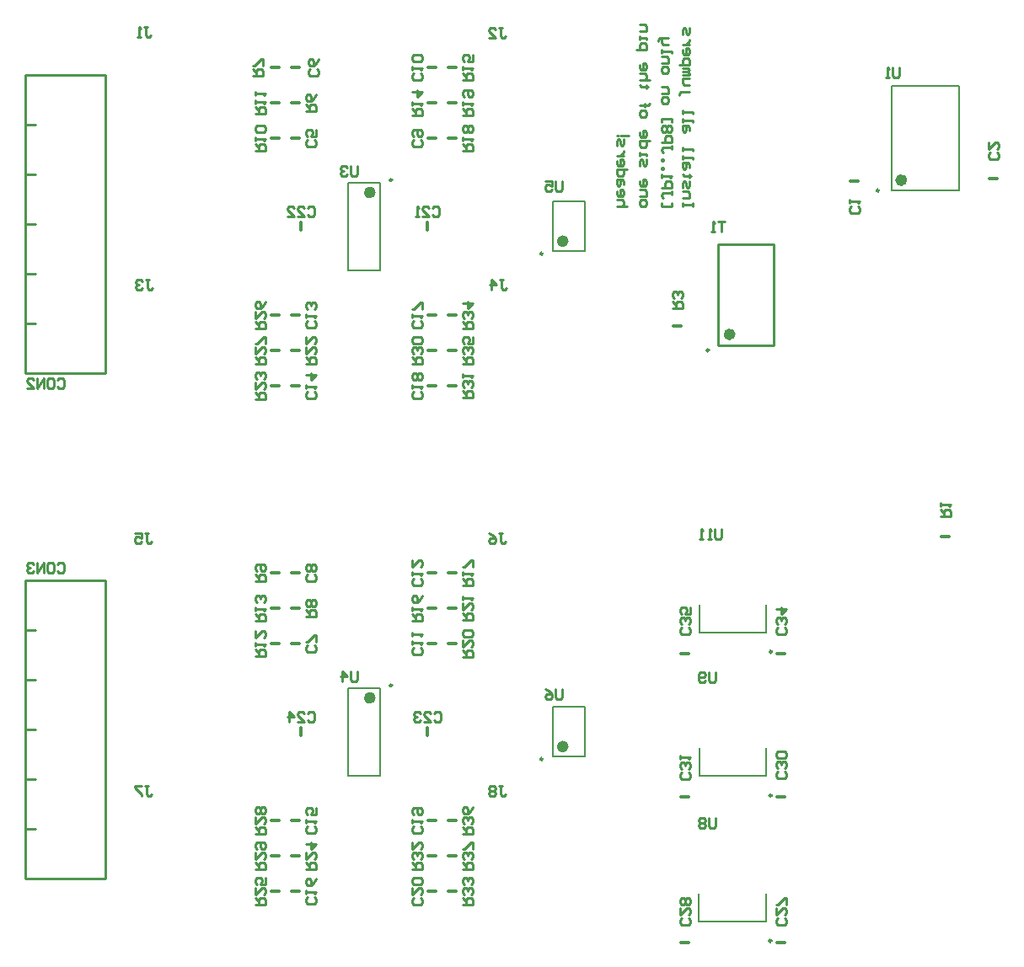
<source format=gbo>
G04*
G04 #@! TF.GenerationSoftware,Altium Limited,Altium Designer,20.1.14 (287)*
G04*
G04 Layer_Color=32896*
%FSLAX25Y25*%
%MOIN*%
G70*
G04*
G04 #@! TF.SameCoordinates,133998B2-DC8D-44E4-BDA6-9003E9527627*
G04*
G04*
G04 #@! TF.FilePolarity,Positive*
G04*
G01*
G75*
%ADD10C,0.00984*%
%ADD11C,0.01000*%
%ADD14C,0.00787*%
%ADD15C,0.01200*%
%ADD72C,0.02362*%
D10*
X509764Y388154D02*
G03*
X509764Y388154I-492J0D01*
G01*
X642791Y413154D02*
G03*
X642791Y413154I-492J0D01*
G01*
X575492Y350000D02*
G03*
X575492Y350000I-492J0D01*
G01*
X509764Y188154D02*
G03*
X509764Y188154I-492J0D01*
G01*
X450220Y217347D02*
G03*
X450220Y217347I-492J0D01*
G01*
Y417346D02*
G03*
X450220Y417346I-492J0D01*
G01*
X600453Y230693D02*
G03*
X600453Y230693I-492J0D01*
G01*
X600253Y116293D02*
G03*
X600253Y116293I-492J0D01*
G01*
X600353Y173793D02*
G03*
X600353Y173793I-492J0D01*
G01*
D11*
X305252Y160417D02*
X309189D01*
X305252Y180102D02*
X309189D01*
X305252Y199787D02*
X309189D01*
X305252Y219472D02*
X309189D01*
X305252Y239158D02*
X309189D01*
X305252Y140732D02*
Y258842D01*
Y140732D02*
X336748D01*
Y258842D01*
X305252D02*
X336748D01*
X305252Y360417D02*
X309189D01*
X305252Y380102D02*
X309189D01*
X305252Y399787D02*
X309189D01*
X305252Y419472D02*
X309189D01*
X305252Y439157D02*
X309189D01*
X305252Y340732D02*
Y458843D01*
Y340732D02*
X336748D01*
Y458843D01*
X305252D02*
X336748D01*
X579000Y352000D02*
X601000D01*
X579000Y392000D02*
X601000D01*
Y352000D02*
Y392000D01*
X579000Y352000D02*
Y392000D01*
X569259Y407000D02*
Y408333D01*
Y407666D01*
X565261D01*
Y407000D01*
Y408333D01*
Y410332D02*
X567926D01*
Y412332D01*
X567260Y412998D01*
X565261D01*
Y414331D02*
Y416330D01*
X565927Y416997D01*
X566593Y416330D01*
Y414997D01*
X567260Y414331D01*
X567926Y414997D01*
Y416997D01*
X568593Y418996D02*
X567926D01*
Y418330D01*
Y419663D01*
Y418996D01*
X565927D01*
X565261Y419663D01*
X567926Y422328D02*
Y423661D01*
X567260Y424328D01*
X565261D01*
Y422328D01*
X565927Y421662D01*
X566593Y422328D01*
Y424328D01*
X565261Y425661D02*
Y426994D01*
Y426327D01*
X569259D01*
Y425661D01*
X565261Y428993D02*
Y430326D01*
Y429659D01*
X569259D01*
Y428993D01*
X567926Y436990D02*
Y438323D01*
X567260Y438990D01*
X565261D01*
Y436990D01*
X565927Y436324D01*
X566593Y436990D01*
Y438990D01*
X565261Y440323D02*
Y441655D01*
Y440989D01*
X569259D01*
Y440323D01*
X565261Y443655D02*
Y444988D01*
Y444321D01*
X569259D01*
Y443655D01*
X563928Y450986D02*
Y451652D01*
X564594Y452319D01*
X567926D01*
Y454985D02*
X565927D01*
X565261Y455651D01*
Y457650D01*
X567926D01*
X565261Y458983D02*
X567926D01*
Y459650D01*
X567260Y460316D01*
X565261D01*
X567260D01*
X567926Y460983D01*
X567260Y461649D01*
X565261D01*
X563928Y462982D02*
X567926D01*
Y464981D01*
X567260Y465648D01*
X565927D01*
X565261Y464981D01*
Y462982D01*
Y468980D02*
Y467647D01*
X565927Y466981D01*
X567260D01*
X567926Y467647D01*
Y468980D01*
X567260Y469647D01*
X566593D01*
Y466981D01*
X567926Y470979D02*
X565261D01*
X566593D01*
X567260Y471646D01*
X567926Y472312D01*
Y472979D01*
X565261Y474978D02*
Y476977D01*
X565927Y477644D01*
X566593Y476977D01*
Y475644D01*
X567260Y474978D01*
X567926Y475644D01*
Y477644D01*
X556729Y408333D02*
Y407000D01*
X560728D01*
Y408333D01*
Y412998D02*
Y411665D01*
Y412332D01*
X557396D01*
X556729Y411665D01*
Y410999D01*
X557396Y410332D01*
X556729Y414331D02*
X560728D01*
Y416330D01*
X560061Y416997D01*
X558729D01*
X558062Y416330D01*
Y414331D01*
X556729Y418330D02*
Y419663D01*
Y418996D01*
X560728D01*
X560061Y418330D01*
X556729Y421662D02*
X557396D01*
Y422328D01*
X556729D01*
Y421662D01*
Y424994D02*
X557396D01*
Y425661D01*
X556729D01*
Y424994D01*
X560728Y430992D02*
Y429659D01*
Y430326D01*
X557396D01*
X556729Y429659D01*
Y428993D01*
X557396Y428327D01*
X556729Y432325D02*
X560728D01*
Y434325D01*
X560061Y434991D01*
X558729D01*
X558062Y434325D01*
Y432325D01*
X560061Y436324D02*
X560728Y436990D01*
Y438323D01*
X560061Y438990D01*
X559395D01*
X558729Y438323D01*
X558062Y438990D01*
X557396D01*
X556729Y438323D01*
Y436990D01*
X557396Y436324D01*
X558062D01*
X558729Y436990D01*
X559395Y436324D01*
X560061D01*
X558729Y436990D02*
Y438323D01*
X556729Y440323D02*
Y441655D01*
X560728D01*
Y440323D01*
X556729Y448320D02*
Y449653D01*
X557396Y450319D01*
X558729D01*
X559395Y449653D01*
Y448320D01*
X558729Y447654D01*
X557396D01*
X556729Y448320D01*
Y451652D02*
X559395D01*
Y453652D01*
X558729Y454318D01*
X556729D01*
Y460316D02*
Y461649D01*
X557396Y462316D01*
X558729D01*
X559395Y461649D01*
Y460316D01*
X558729Y459650D01*
X557396D01*
X556729Y460316D01*
Y463648D02*
X559395D01*
Y465648D01*
X558729Y466314D01*
X556729D01*
Y467647D02*
Y468980D01*
Y468314D01*
X560728D01*
Y467647D01*
X559395Y470979D02*
X557396D01*
X556729Y471646D01*
Y473645D01*
X556063D01*
X555396Y472979D01*
Y472312D01*
X556729Y473645D02*
X559395D01*
X548198Y407666D02*
Y408999D01*
X548864Y409666D01*
X550197D01*
X550864Y408999D01*
Y407666D01*
X550197Y407000D01*
X548864D01*
X548198Y407666D01*
Y410999D02*
X550864D01*
Y412998D01*
X550197Y413664D01*
X548198D01*
Y416997D02*
Y415664D01*
X548864Y414997D01*
X550197D01*
X550864Y415664D01*
Y416997D01*
X550197Y417663D01*
X549531D01*
Y414997D01*
X548198Y422995D02*
Y424994D01*
X548864Y425661D01*
X549531Y424994D01*
Y423661D01*
X550197Y422995D01*
X550864Y423661D01*
Y425661D01*
X548198Y426994D02*
Y428327D01*
Y427660D01*
X550864D01*
Y426994D01*
X552197Y432992D02*
X548198D01*
Y430992D01*
X548864Y430326D01*
X550197D01*
X550864Y430992D01*
Y432992D01*
X548198Y436324D02*
Y434991D01*
X548864Y434325D01*
X550197D01*
X550864Y434991D01*
Y436324D01*
X550197Y436990D01*
X549531D01*
Y434325D01*
X548198Y442988D02*
Y444321D01*
X548864Y444988D01*
X550197D01*
X550864Y444321D01*
Y442988D01*
X550197Y442322D01*
X548864D01*
X548198Y442988D01*
Y446987D02*
X551530D01*
X550197D01*
Y446321D01*
Y447653D01*
Y446987D01*
X551530D01*
X552197Y447653D01*
X551530Y454318D02*
X550864D01*
Y453652D01*
Y454985D01*
Y454318D01*
X548864D01*
X548198Y454985D01*
X552197Y456984D02*
X548198D01*
X550197D01*
X550864Y457650D01*
Y458983D01*
X550197Y459650D01*
X548198D01*
Y462982D02*
Y461649D01*
X548864Y460983D01*
X550197D01*
X550864Y461649D01*
Y462982D01*
X550197Y463648D01*
X549531D01*
Y460983D01*
X546865Y468980D02*
X550864D01*
Y470979D01*
X550197Y471646D01*
X548864D01*
X548198Y470979D01*
Y468980D01*
Y472979D02*
Y474312D01*
Y473645D01*
X550864D01*
Y472979D01*
X548198Y476311D02*
X550864D01*
Y478310D01*
X550197Y478977D01*
X548198D01*
X542999Y407000D02*
X539000D01*
X540999D01*
X541666Y407666D01*
Y408999D01*
X540999Y409666D01*
X539000D01*
Y412998D02*
Y411665D01*
X539666Y410999D01*
X540999D01*
X541666Y411665D01*
Y412998D01*
X540999Y413664D01*
X540333D01*
Y410999D01*
X541666Y415664D02*
Y416997D01*
X540999Y417663D01*
X539000D01*
Y415664D01*
X539666Y414997D01*
X540333Y415664D01*
Y417663D01*
X542999Y421662D02*
X539000D01*
Y419663D01*
X539666Y418996D01*
X540999D01*
X541666Y419663D01*
Y421662D01*
X539000Y424994D02*
Y423661D01*
X539666Y422995D01*
X540999D01*
X541666Y423661D01*
Y424994D01*
X540999Y425661D01*
X540333D01*
Y422995D01*
X541666Y426994D02*
X539000D01*
X540333D01*
X540999Y427660D01*
X541666Y428327D01*
Y428993D01*
X539000Y430992D02*
Y432992D01*
X539666Y433658D01*
X540333Y432992D01*
Y431659D01*
X540999Y430992D01*
X541666Y431659D01*
Y433658D01*
X540333Y434991D02*
X543665D01*
X539666D02*
X539000D01*
X416001Y144668D02*
X419999D01*
Y146668D01*
X419333Y147334D01*
X418000D01*
X417334Y146668D01*
Y144668D01*
Y146001D02*
X416001Y147334D01*
Y151333D02*
Y148667D01*
X418666Y151333D01*
X419333D01*
X419999Y150666D01*
Y149334D01*
X419333Y148667D01*
X416001Y154665D02*
X419999D01*
X418000Y152666D01*
Y155332D01*
X396001Y144668D02*
X399999D01*
Y146668D01*
X399333Y147334D01*
X398000D01*
X397334Y146668D01*
Y144668D01*
Y146001D02*
X396001Y147334D01*
Y151333D02*
Y148667D01*
X398666Y151333D01*
X399333D01*
X399999Y150666D01*
Y149334D01*
X399333Y148667D01*
X396667Y152666D02*
X396001Y153332D01*
Y154665D01*
X396667Y155332D01*
X399333D01*
X399999Y154665D01*
Y153332D01*
X399333Y152666D01*
X398666D01*
X398000Y153332D01*
Y155332D01*
X396001Y130668D02*
X399999D01*
Y132668D01*
X399333Y133334D01*
X398000D01*
X397334Y132668D01*
Y130668D01*
Y132001D02*
X396001Y133334D01*
Y137333D02*
Y134667D01*
X398666Y137333D01*
X399333D01*
X399999Y136667D01*
Y135334D01*
X399333Y134667D01*
X399999Y141332D02*
Y138666D01*
X398000D01*
X398666Y139999D01*
Y140665D01*
X398000Y141332D01*
X396667D01*
X396001Y140665D01*
Y139332D01*
X396667Y138666D01*
X419333Y133667D02*
X419999Y133001D01*
Y131668D01*
X419333Y131002D01*
X416667D01*
X416001Y131668D01*
Y133001D01*
X416667Y133667D01*
X416001Y135000D02*
Y136333D01*
Y135667D01*
X419999D01*
X419333Y135000D01*
X419999Y140998D02*
X419333Y139665D01*
X418000Y138333D01*
X416667D01*
X416001Y138999D01*
Y140332D01*
X416667Y140998D01*
X417334D01*
X418000Y140332D01*
Y138333D01*
X458001Y144668D02*
X461999D01*
Y146668D01*
X461333Y147334D01*
X460000D01*
X459334Y146668D01*
Y144668D01*
Y146001D02*
X458001Y147334D01*
X461333Y148667D02*
X461999Y149334D01*
Y150666D01*
X461333Y151333D01*
X460666D01*
X460000Y150666D01*
Y150000D01*
Y150666D01*
X459334Y151333D01*
X458667D01*
X458001Y150666D01*
Y149334D01*
X458667Y148667D01*
X458001Y155332D02*
Y152666D01*
X460666Y155332D01*
X461333D01*
X461999Y154665D01*
Y153332D01*
X461333Y152666D01*
X461333Y133334D02*
X461999Y132668D01*
Y131335D01*
X461333Y130668D01*
X458667D01*
X458001Y131335D01*
Y132668D01*
X458667Y133334D01*
X458001Y137333D02*
Y134667D01*
X460666Y137333D01*
X461333D01*
X461999Y136667D01*
Y135334D01*
X461333Y134667D01*
Y138666D02*
X461999Y139332D01*
Y140665D01*
X461333Y141332D01*
X458667D01*
X458001Y140665D01*
Y139332D01*
X458667Y138666D01*
X461333D01*
X478001Y144668D02*
X481999D01*
Y146668D01*
X481333Y147334D01*
X480000D01*
X479334Y146668D01*
Y144668D01*
Y146001D02*
X478001Y147334D01*
X481333Y148667D02*
X481999Y149334D01*
Y150666D01*
X481333Y151333D01*
X480666D01*
X480000Y150666D01*
Y150000D01*
Y150666D01*
X479334Y151333D01*
X478667D01*
X478001Y150666D01*
Y149334D01*
X478667Y148667D01*
X481999Y152666D02*
Y155332D01*
X481333D01*
X478667Y152666D01*
X478001D01*
Y130668D02*
X481999D01*
Y132668D01*
X481333Y133334D01*
X480000D01*
X479334Y132668D01*
Y130668D01*
Y132001D02*
X478001Y133334D01*
X481333Y134667D02*
X481999Y135334D01*
Y136667D01*
X481333Y137333D01*
X480666D01*
X480000Y136667D01*
Y136000D01*
Y136667D01*
X479334Y137333D01*
X478667D01*
X478001Y136667D01*
Y135334D01*
X478667Y134667D01*
X481333Y138666D02*
X481999Y139332D01*
Y140665D01*
X481333Y141332D01*
X480666D01*
X480000Y140665D01*
Y139999D01*
Y140665D01*
X479334Y141332D01*
X478667D01*
X478001Y140665D01*
Y139332D01*
X478667Y138666D01*
X317665Y265333D02*
X318332Y265999D01*
X319665D01*
X320331Y265333D01*
Y262667D01*
X319665Y262001D01*
X318332D01*
X317665Y262667D01*
X314333Y265999D02*
X315666D01*
X316332Y265333D01*
Y262667D01*
X315666Y262001D01*
X314333D01*
X313666Y262667D01*
Y265333D01*
X314333Y265999D01*
X312333Y262001D02*
Y265999D01*
X309668Y262001D01*
Y265999D01*
X308335Y265333D02*
X307668Y265999D01*
X306335D01*
X305669Y265333D01*
Y264666D01*
X306335Y264000D01*
X307002D01*
X306335D01*
X305669Y263334D01*
Y262667D01*
X306335Y262001D01*
X307668D01*
X308335Y262667D01*
X317665Y338333D02*
X318332Y338999D01*
X319665D01*
X320331Y338333D01*
Y335667D01*
X319665Y335001D01*
X318332D01*
X317665Y335667D01*
X314333Y338999D02*
X315666D01*
X316332Y338333D01*
Y335667D01*
X315666Y335001D01*
X314333D01*
X313666Y335667D01*
Y338333D01*
X314333Y338999D01*
X312333Y335001D02*
Y338999D01*
X309668Y335001D01*
Y338999D01*
X305669Y335001D02*
X308335D01*
X305669Y337666D01*
Y338333D01*
X306335Y338999D01*
X307668D01*
X308335Y338333D01*
X492299Y177699D02*
X493632D01*
X492965D01*
Y174366D01*
X493632Y173700D01*
X494298D01*
X494965Y174366D01*
X490966Y177032D02*
X490299Y177699D01*
X488966D01*
X488300Y177032D01*
Y176366D01*
X488966Y175699D01*
X488300Y175033D01*
Y174366D01*
X488966Y173700D01*
X490299D01*
X490966Y174366D01*
Y175033D01*
X490299Y175699D01*
X490966Y176366D01*
Y177032D01*
X490299Y175699D02*
X488966D01*
X352299Y177699D02*
X353632D01*
X352965D01*
Y174366D01*
X353632Y173700D01*
X354298D01*
X354964Y174366D01*
X350966Y177699D02*
X348300D01*
Y177032D01*
X350966Y174366D01*
Y173700D01*
X492299Y277699D02*
X493632D01*
X492965D01*
Y274366D01*
X493632Y273700D01*
X494298D01*
X494965Y274366D01*
X488300Y277699D02*
X489633Y277032D01*
X490966Y275699D01*
Y274366D01*
X490299Y273700D01*
X488966D01*
X488300Y274366D01*
Y275033D01*
X488966Y275699D01*
X490966D01*
X352299Y277699D02*
X353632D01*
X352965D01*
Y274366D01*
X353632Y273700D01*
X354298D01*
X354964Y274366D01*
X348300Y277699D02*
X350966D01*
Y275699D01*
X349633Y276366D01*
X348966D01*
X348300Y275699D01*
Y274366D01*
X348966Y273700D01*
X350299D01*
X350966Y274366D01*
X492666Y377999D02*
X493999D01*
X493333D01*
Y374667D01*
X493999Y374001D01*
X494666D01*
X495332Y374667D01*
X489334Y374001D02*
Y377999D01*
X491333Y376000D01*
X488668D01*
X352666Y377999D02*
X353999D01*
X353333D01*
Y374667D01*
X353999Y374001D01*
X354666D01*
X355332Y374667D01*
X351333Y377333D02*
X350667Y377999D01*
X349334D01*
X348668Y377333D01*
Y376666D01*
X349334Y376000D01*
X350001D01*
X349334D01*
X348668Y375334D01*
Y374667D01*
X349334Y374001D01*
X350667D01*
X351333Y374667D01*
X492299Y477699D02*
X493632D01*
X492965D01*
Y474366D01*
X493632Y473700D01*
X494298D01*
X494965Y474366D01*
X488300Y473700D02*
X490966D01*
X488300Y476366D01*
Y477032D01*
X488966Y477699D01*
X490299D01*
X490966Y477032D01*
X352000Y477999D02*
X353333D01*
X352666D01*
Y474667D01*
X353333Y474001D01*
X353999D01*
X354666Y474667D01*
X350667Y474001D02*
X349334D01*
X350001D01*
Y477999D01*
X350667Y477333D01*
X580300Y279299D02*
Y275966D01*
X579634Y275300D01*
X578301D01*
X577634Y275966D01*
Y279299D01*
X576301Y275300D02*
X574968D01*
X575635D01*
Y279299D01*
X576301Y278632D01*
X572969Y275300D02*
X571636D01*
X572303D01*
Y279299D01*
X572969Y278632D01*
X578200Y222399D02*
Y219066D01*
X577534Y218400D01*
X576201D01*
X575534Y219066D01*
Y222399D01*
X574201Y219066D02*
X573535Y218400D01*
X572202D01*
X571535Y219066D01*
Y221732D01*
X572202Y222399D01*
X573535D01*
X574201Y221732D01*
Y221066D01*
X573535Y220399D01*
X571535D01*
X578100Y164899D02*
Y161566D01*
X577434Y160900D01*
X576101D01*
X575434Y161566D01*
Y164899D01*
X574101Y164232D02*
X573435Y164899D01*
X572102D01*
X571435Y164232D01*
Y163566D01*
X572102Y162899D01*
X571435Y162233D01*
Y161566D01*
X572102Y160900D01*
X573435D01*
X574101Y161566D01*
Y162233D01*
X573435Y162899D01*
X574101Y163566D01*
Y164232D01*
X573435Y162899D02*
X572102D01*
X517332Y215999D02*
Y212667D01*
X516666Y212001D01*
X515333D01*
X514666Y212667D01*
Y215999D01*
X510668D02*
X512001Y215333D01*
X513334Y214000D01*
Y212667D01*
X512667Y212001D01*
X511334D01*
X510668Y212667D01*
Y213334D01*
X511334Y214000D01*
X513334D01*
X517332Y416999D02*
Y413667D01*
X516666Y413001D01*
X515333D01*
X514666Y413667D01*
Y416999D01*
X510668D02*
X513334D01*
Y415000D01*
X512001Y415666D01*
X511334D01*
X510668Y415000D01*
Y413667D01*
X511334Y413001D01*
X512667D01*
X513334Y413667D01*
X436332Y222999D02*
Y219667D01*
X435666Y219001D01*
X434333D01*
X433666Y219667D01*
Y222999D01*
X430334Y219001D02*
Y222999D01*
X432334Y221000D01*
X429668D01*
X436332Y422999D02*
Y419667D01*
X435666Y419001D01*
X434333D01*
X433666Y419667D01*
Y422999D01*
X432334Y422333D02*
X431667Y422999D01*
X430334D01*
X429668Y422333D01*
Y421666D01*
X430334Y421000D01*
X431001D01*
X430334D01*
X429668Y420334D01*
Y419667D01*
X430334Y419001D01*
X431667D01*
X432334Y419667D01*
X650666Y461999D02*
Y458667D01*
X649999Y458001D01*
X648666D01*
X648000Y458667D01*
Y461999D01*
X646667Y458001D02*
X645334D01*
X646001D01*
Y461999D01*
X646667Y461333D01*
X581666Y400999D02*
X579000D01*
X580333D01*
Y397001D01*
X577667D02*
X576334D01*
X577001D01*
Y400999D01*
X577667Y400333D01*
X478001Y158668D02*
X481999D01*
Y160668D01*
X481333Y161334D01*
X480000D01*
X479333Y160668D01*
Y158668D01*
Y160001D02*
X478001Y161334D01*
X481333Y162667D02*
X481999Y163333D01*
Y164666D01*
X481333Y165333D01*
X480666D01*
X480000Y164666D01*
Y164000D01*
Y164666D01*
X479333Y165333D01*
X478667D01*
X478001Y164666D01*
Y163333D01*
X478667Y162667D01*
X481999Y169332D02*
X481333Y167999D01*
X480000Y166666D01*
X478667D01*
X478001Y167332D01*
Y168665D01*
X478667Y169332D01*
X479333D01*
X480000Y168665D01*
Y166666D01*
X478001Y344668D02*
X481999D01*
Y346668D01*
X481333Y347334D01*
X480000D01*
X479333Y346668D01*
Y344668D01*
Y346001D02*
X478001Y347334D01*
X481333Y348667D02*
X481999Y349334D01*
Y350666D01*
X481333Y351333D01*
X480666D01*
X480000Y350666D01*
Y350000D01*
Y350666D01*
X479333Y351333D01*
X478667D01*
X478001Y350666D01*
Y349334D01*
X478667Y348667D01*
X481999Y355332D02*
Y352666D01*
X480000D01*
X480666Y353999D01*
Y354665D01*
X480000Y355332D01*
X478667D01*
X478001Y354665D01*
Y353332D01*
X478667Y352666D01*
X478001Y358668D02*
X481999D01*
Y360668D01*
X481333Y361334D01*
X480000D01*
X479333Y360668D01*
Y358668D01*
Y360001D02*
X478001Y361334D01*
X481333Y362667D02*
X481999Y363334D01*
Y364666D01*
X481333Y365333D01*
X480666D01*
X480000Y364666D01*
Y364000D01*
Y364666D01*
X479333Y365333D01*
X478667D01*
X478001Y364666D01*
Y363334D01*
X478667Y362667D01*
X478001Y368665D02*
X481999D01*
X480000Y366666D01*
Y369332D01*
X478001Y331335D02*
X481999D01*
Y333334D01*
X481333Y334001D01*
X480000D01*
X479333Y333334D01*
Y331335D01*
Y332668D02*
X478001Y334001D01*
X481333Y335333D02*
X481999Y336000D01*
Y337333D01*
X481333Y337999D01*
X480666D01*
X480000Y337333D01*
Y336666D01*
Y337333D01*
X479333Y337999D01*
X478667D01*
X478001Y337333D01*
Y336000D01*
X478667Y335333D01*
X478001Y339332D02*
Y340665D01*
Y339999D01*
X481999D01*
X481333Y339332D01*
X458001Y344668D02*
X461999D01*
Y346668D01*
X461333Y347334D01*
X460000D01*
X459334Y346668D01*
Y344668D01*
Y346001D02*
X458001Y347334D01*
X461333Y348667D02*
X461999Y349334D01*
Y350666D01*
X461333Y351333D01*
X460666D01*
X460000Y350666D01*
Y350000D01*
Y350666D01*
X459334Y351333D01*
X458667D01*
X458001Y350666D01*
Y349334D01*
X458667Y348667D01*
X461333Y352666D02*
X461999Y353332D01*
Y354665D01*
X461333Y355332D01*
X458667D01*
X458001Y354665D01*
Y353332D01*
X458667Y352666D01*
X461333D01*
X396001Y158668D02*
X399999D01*
Y160668D01*
X399333Y161334D01*
X398000D01*
X397334Y160668D01*
Y158668D01*
Y160001D02*
X396001Y161334D01*
Y165333D02*
Y162667D01*
X398666Y165333D01*
X399333D01*
X399999Y164666D01*
Y163333D01*
X399333Y162667D01*
Y166666D02*
X399999Y167332D01*
Y168665D01*
X399333Y169332D01*
X398666D01*
X398000Y168665D01*
X397334Y169332D01*
X396667D01*
X396001Y168665D01*
Y167332D01*
X396667Y166666D01*
X397334D01*
X398000Y167332D01*
X398666Y166666D01*
X399333D01*
X398000Y167332D02*
Y168665D01*
X396001Y344668D02*
X399999D01*
Y346668D01*
X399333Y347334D01*
X398000D01*
X397334Y346668D01*
Y344668D01*
Y346001D02*
X396001Y347334D01*
Y351333D02*
Y348667D01*
X398666Y351333D01*
X399333D01*
X399999Y350666D01*
Y349334D01*
X399333Y348667D01*
X399999Y352666D02*
Y355332D01*
X399333D01*
X396667Y352666D01*
X396001D01*
Y358668D02*
X399999D01*
Y360668D01*
X399333Y361334D01*
X398000D01*
X397334Y360668D01*
Y358668D01*
Y360001D02*
X396001Y361334D01*
Y365333D02*
Y362667D01*
X398666Y365333D01*
X399333D01*
X399999Y364666D01*
Y363334D01*
X399333Y362667D01*
X399999Y369332D02*
X399333Y367999D01*
X398000Y366666D01*
X396667D01*
X396001Y367332D01*
Y368665D01*
X396667Y369332D01*
X397334D01*
X398000Y368665D01*
Y366666D01*
X396001Y330668D02*
X399999D01*
Y332668D01*
X399333Y333334D01*
X398000D01*
X397334Y332668D01*
Y330668D01*
Y332001D02*
X396001Y333334D01*
Y337333D02*
Y334667D01*
X398666Y337333D01*
X399333D01*
X399999Y336666D01*
Y335333D01*
X399333Y334667D01*
Y338666D02*
X399999Y339332D01*
Y340665D01*
X399333Y341332D01*
X398666D01*
X398000Y340665D01*
Y339999D01*
Y340665D01*
X397334Y341332D01*
X396667D01*
X396001Y340665D01*
Y339332D01*
X396667Y338666D01*
X416001Y344668D02*
X419999D01*
Y346668D01*
X419333Y347334D01*
X418000D01*
X417334Y346668D01*
Y344668D01*
Y346001D02*
X416001Y347334D01*
Y351333D02*
Y348667D01*
X418666Y351333D01*
X419333D01*
X419999Y350666D01*
Y349334D01*
X419333Y348667D01*
X416001Y355332D02*
Y352666D01*
X418666Y355332D01*
X419333D01*
X419999Y354665D01*
Y353332D01*
X419333Y352666D01*
X478001Y243335D02*
X481999D01*
Y245334D01*
X481333Y246001D01*
X480000D01*
X479333Y245334D01*
Y243335D01*
Y244668D02*
X478001Y246001D01*
Y249999D02*
Y247334D01*
X480666Y249999D01*
X481333D01*
X481999Y249333D01*
Y248000D01*
X481333Y247334D01*
X478001Y251332D02*
Y252665D01*
Y251999D01*
X481999D01*
X481333Y251332D01*
X478001Y228668D02*
X481999D01*
Y230668D01*
X481333Y231334D01*
X480000D01*
X479333Y230668D01*
Y228668D01*
Y230001D02*
X478001Y231334D01*
Y235333D02*
Y232667D01*
X480666Y235333D01*
X481333D01*
X481999Y234666D01*
Y233333D01*
X481333Y232667D01*
Y236666D02*
X481999Y237332D01*
Y238665D01*
X481333Y239332D01*
X478667D01*
X478001Y238665D01*
Y237332D01*
X478667Y236666D01*
X481333D01*
X478001Y443002D02*
X481999D01*
Y445001D01*
X481333Y445667D01*
X480000D01*
X479334Y445001D01*
Y443002D01*
Y444335D02*
X478001Y445667D01*
Y447000D02*
Y448333D01*
Y447667D01*
X481999D01*
X481333Y447000D01*
X478667Y450333D02*
X478001Y450999D01*
Y452332D01*
X478667Y452998D01*
X481333D01*
X481999Y452332D01*
Y450999D01*
X481333Y450333D01*
X480666D01*
X480000Y450999D01*
Y452998D01*
X478001Y429002D02*
X481999D01*
Y431001D01*
X481333Y431667D01*
X480000D01*
X479334Y431001D01*
Y429002D01*
Y430335D02*
X478001Y431667D01*
Y433000D02*
Y434333D01*
Y433667D01*
X481999D01*
X481333Y433000D01*
Y436333D02*
X481999Y436999D01*
Y438332D01*
X481333Y438998D01*
X480666D01*
X480000Y438332D01*
X479334Y438998D01*
X478667D01*
X478001Y438332D01*
Y436999D01*
X478667Y436333D01*
X479334D01*
X480000Y436999D01*
X480666Y436333D01*
X481333D01*
X480000Y436999D02*
Y438332D01*
X478001Y257002D02*
X481999D01*
Y259001D01*
X481333Y259667D01*
X480000D01*
X479334Y259001D01*
Y257002D01*
Y258334D02*
X478001Y259667D01*
Y261000D02*
Y262333D01*
Y261667D01*
X481999D01*
X481333Y261000D01*
X481999Y264333D02*
Y266998D01*
X481333D01*
X478667Y264333D01*
X478001D01*
X458001Y243002D02*
X461999D01*
Y245001D01*
X461333Y245667D01*
X460000D01*
X459334Y245001D01*
Y243002D01*
Y244335D02*
X458001Y245667D01*
Y247000D02*
Y248333D01*
Y247667D01*
X461999D01*
X461333Y247000D01*
X461999Y252998D02*
X461333Y251665D01*
X460000Y250333D01*
X458667D01*
X458001Y250999D01*
Y252332D01*
X458667Y252998D01*
X459334D01*
X460000Y252332D01*
Y250333D01*
X478001Y457002D02*
X481999D01*
Y459001D01*
X481333Y459667D01*
X480000D01*
X479334Y459001D01*
Y457002D01*
Y458334D02*
X478001Y459667D01*
Y461000D02*
Y462333D01*
Y461667D01*
X481999D01*
X481333Y461000D01*
X481999Y466998D02*
Y464333D01*
X480000D01*
X480666Y465665D01*
Y466332D01*
X480000Y466998D01*
X478667D01*
X478001Y466332D01*
Y464999D01*
X478667Y464333D01*
X458001Y443002D02*
X461999D01*
Y445001D01*
X461333Y445667D01*
X460000D01*
X459334Y445001D01*
Y443002D01*
Y444335D02*
X458001Y445667D01*
Y447000D02*
Y448333D01*
Y447667D01*
X461999D01*
X461333Y447000D01*
X458001Y452332D02*
X461999D01*
X460000Y450333D01*
Y452998D01*
X396001Y243002D02*
X399999D01*
Y245001D01*
X399333Y245667D01*
X398000D01*
X397334Y245001D01*
Y243002D01*
Y244335D02*
X396001Y245667D01*
Y247000D02*
Y248333D01*
Y247667D01*
X399999D01*
X399333Y247000D01*
Y250333D02*
X399999Y250999D01*
Y252332D01*
X399333Y252998D01*
X398666D01*
X398000Y252332D01*
Y251665D01*
Y252332D01*
X397334Y252998D01*
X396667D01*
X396001Y252332D01*
Y250999D01*
X396667Y250333D01*
X396001Y229002D02*
X399999D01*
Y231001D01*
X399333Y231667D01*
X398000D01*
X397334Y231001D01*
Y229002D01*
Y230334D02*
X396001Y231667D01*
Y233000D02*
Y234333D01*
Y233667D01*
X399999D01*
X399333Y233000D01*
X396001Y238998D02*
Y236333D01*
X398666Y238998D01*
X399333D01*
X399999Y238332D01*
Y236999D01*
X399333Y236333D01*
X396001Y443668D02*
X399999D01*
Y445667D01*
X399333Y446334D01*
X398000D01*
X397334Y445667D01*
Y443668D01*
Y445001D02*
X396001Y446334D01*
Y447667D02*
Y449000D01*
Y448333D01*
X399999D01*
X399333Y447667D01*
X396001Y450999D02*
Y452332D01*
Y451665D01*
X399999D01*
X399333Y450999D01*
X396001Y429002D02*
X399999D01*
Y431001D01*
X399333Y431667D01*
X398000D01*
X397334Y431001D01*
Y429002D01*
Y430335D02*
X396001Y431667D01*
Y433000D02*
Y434333D01*
Y433667D01*
X399999D01*
X399333Y433000D01*
Y436333D02*
X399999Y436999D01*
Y438332D01*
X399333Y438998D01*
X396667D01*
X396001Y438332D01*
Y436999D01*
X396667Y436333D01*
X399333D01*
X396001Y258668D02*
X399999D01*
Y260667D01*
X399333Y261334D01*
X398000D01*
X397334Y260667D01*
Y258668D01*
Y260001D02*
X396001Y261334D01*
X396667Y262667D02*
X396001Y263333D01*
Y264666D01*
X396667Y265332D01*
X399333D01*
X399999Y264666D01*
Y263333D01*
X399333Y262667D01*
X398666D01*
X398000Y263333D01*
Y265332D01*
X416001Y244668D02*
X419999D01*
Y246667D01*
X419333Y247334D01*
X418000D01*
X417334Y246667D01*
Y244668D01*
Y246001D02*
X416001Y247334D01*
X419333Y248667D02*
X419999Y249333D01*
Y250666D01*
X419333Y251332D01*
X418666D01*
X418000Y250666D01*
X417334Y251332D01*
X416667D01*
X416001Y250666D01*
Y249333D01*
X416667Y248667D01*
X417334D01*
X418000Y249333D01*
X418666Y248667D01*
X419333D01*
X418000Y249333D02*
Y250666D01*
X395031Y458668D02*
X399029D01*
Y460667D01*
X398363Y461334D01*
X397030D01*
X396363Y460667D01*
Y458668D01*
Y460001D02*
X395031Y461334D01*
X399029Y462667D02*
Y465332D01*
X398363D01*
X395697Y462667D01*
X395031D01*
X416001Y444455D02*
X419999D01*
Y446454D01*
X419333Y447121D01*
X418000D01*
X417334Y446454D01*
Y444455D01*
Y445788D02*
X416001Y447121D01*
X419999Y451120D02*
X419333Y449787D01*
X418000Y448454D01*
X416667D01*
X416001Y449120D01*
Y450453D01*
X416667Y451120D01*
X417334D01*
X418000Y450453D01*
Y448454D01*
X561001Y366668D02*
X564999D01*
Y368667D01*
X564333Y369334D01*
X563000D01*
X562334Y368667D01*
Y366668D01*
Y368001D02*
X561001Y369334D01*
X564333Y370667D02*
X564999Y371333D01*
Y372666D01*
X564333Y373332D01*
X563666D01*
X563000Y372666D01*
Y371999D01*
Y372666D01*
X562334Y373332D01*
X561667D01*
X561001Y372666D01*
Y371333D01*
X561667Y370667D01*
X667001Y284334D02*
X670999D01*
Y286334D01*
X670333Y287000D01*
X669000D01*
X668334Y286334D01*
Y284334D01*
Y285667D02*
X667001Y287000D01*
Y288333D02*
Y289666D01*
Y288999D01*
X670999D01*
X670333Y288333D01*
X567333Y240334D02*
X567999Y239668D01*
Y238335D01*
X567333Y237668D01*
X564667D01*
X564001Y238335D01*
Y239668D01*
X564667Y240334D01*
X567333Y241667D02*
X567999Y242334D01*
Y243666D01*
X567333Y244333D01*
X566666D01*
X566000Y243666D01*
Y243000D01*
Y243666D01*
X565334Y244333D01*
X564667D01*
X564001Y243666D01*
Y242334D01*
X564667Y241667D01*
X567999Y248332D02*
Y245666D01*
X566000D01*
X566666Y246999D01*
Y247665D01*
X566000Y248332D01*
X564667D01*
X564001Y247665D01*
Y246332D01*
X564667Y245666D01*
X605333Y240334D02*
X605999Y239668D01*
Y238335D01*
X605333Y237668D01*
X602667D01*
X602001Y238335D01*
Y239668D01*
X602667Y240334D01*
X605333Y241667D02*
X605999Y242334D01*
Y243666D01*
X605333Y244333D01*
X604666D01*
X604000Y243666D01*
Y243000D01*
Y243666D01*
X603334Y244333D01*
X602667D01*
X602001Y243666D01*
Y242334D01*
X602667Y241667D01*
X602001Y247665D02*
X605999D01*
X604000Y245666D01*
Y248332D01*
X567333Y183001D02*
X567999Y182334D01*
Y181001D01*
X567333Y180335D01*
X564667D01*
X564001Y181001D01*
Y182334D01*
X564667Y183001D01*
X567333Y184334D02*
X567999Y185000D01*
Y186333D01*
X567333Y186999D01*
X566666D01*
X566000Y186333D01*
Y185667D01*
Y186333D01*
X565334Y186999D01*
X564667D01*
X564001Y186333D01*
Y185000D01*
X564667Y184334D01*
X564001Y188332D02*
Y189665D01*
Y188999D01*
X567999D01*
X567333Y188332D01*
X605333Y183334D02*
X605999Y182668D01*
Y181335D01*
X605333Y180668D01*
X602667D01*
X602001Y181335D01*
Y182668D01*
X602667Y183334D01*
X605333Y184667D02*
X605999Y185334D01*
Y186667D01*
X605333Y187333D01*
X604666D01*
X604000Y186667D01*
Y186000D01*
Y186667D01*
X603334Y187333D01*
X602667D01*
X602001Y186667D01*
Y185334D01*
X602667Y184667D01*
X605333Y188666D02*
X605999Y189332D01*
Y190665D01*
X605333Y191332D01*
X602667D01*
X602001Y190665D01*
Y189332D01*
X602667Y188666D01*
X605333D01*
X567333Y125334D02*
X567999Y124668D01*
Y123335D01*
X567333Y122668D01*
X564667D01*
X564001Y123335D01*
Y124668D01*
X564667Y125334D01*
X564001Y129333D02*
Y126667D01*
X566666Y129333D01*
X567333D01*
X567999Y128666D01*
Y127333D01*
X567333Y126667D01*
Y130666D02*
X567999Y131332D01*
Y132665D01*
X567333Y133332D01*
X566666D01*
X566000Y132665D01*
X565334Y133332D01*
X564667D01*
X564001Y132665D01*
Y131332D01*
X564667Y130666D01*
X565334D01*
X566000Y131332D01*
X566666Y130666D01*
X567333D01*
X566000Y131332D02*
Y132665D01*
X605333Y125334D02*
X605999Y124668D01*
Y123335D01*
X605333Y122668D01*
X602667D01*
X602001Y123335D01*
Y124668D01*
X602667Y125334D01*
X602001Y129333D02*
Y126667D01*
X604666Y129333D01*
X605333D01*
X605999Y128666D01*
Y127333D01*
X605333Y126667D01*
X605999Y130666D02*
Y133332D01*
X605333D01*
X602667Y130666D01*
X602001D01*
X416666Y206333D02*
X417332Y206999D01*
X418665D01*
X419332Y206333D01*
Y203667D01*
X418665Y203001D01*
X417332D01*
X416666Y203667D01*
X412667Y203001D02*
X415333D01*
X412667Y205666D01*
Y206333D01*
X413334Y206999D01*
X414666D01*
X415333Y206333D01*
X409335Y203001D02*
Y206999D01*
X411334Y205000D01*
X408668D01*
X466666Y206333D02*
X467332Y206999D01*
X468665D01*
X469332Y206333D01*
Y203667D01*
X468665Y203001D01*
X467332D01*
X466666Y203667D01*
X462667Y203001D02*
X465333D01*
X462667Y205666D01*
Y206333D01*
X463334Y206999D01*
X464666D01*
X465333Y206333D01*
X461334D02*
X460668Y206999D01*
X459335D01*
X458668Y206333D01*
Y205666D01*
X459335Y205000D01*
X460001D01*
X459335D01*
X458668Y204333D01*
Y203667D01*
X459335Y203001D01*
X460668D01*
X461334Y203667D01*
X416666Y406333D02*
X417332Y406999D01*
X418665D01*
X419332Y406333D01*
Y403667D01*
X418665Y403001D01*
X417332D01*
X416666Y403667D01*
X412667Y403001D02*
X415333D01*
X412667Y405666D01*
Y406333D01*
X413334Y406999D01*
X414666D01*
X415333Y406333D01*
X408668Y403001D02*
X411334D01*
X408668Y405666D01*
Y406333D01*
X409335Y406999D01*
X410668D01*
X411334Y406333D01*
X465999D02*
X466666Y406999D01*
X467999D01*
X468665Y406333D01*
Y403667D01*
X467999Y403001D01*
X466666D01*
X465999Y403667D01*
X462001Y403001D02*
X464666D01*
X462001Y405666D01*
Y406333D01*
X462667Y406999D01*
X464000D01*
X464666Y406333D01*
X460668Y403001D02*
X459335D01*
X460001D01*
Y406999D01*
X460668Y406333D01*
X461333Y161667D02*
X461999Y161001D01*
Y159668D01*
X461333Y159002D01*
X458667D01*
X458001Y159668D01*
Y161001D01*
X458667Y161667D01*
X458001Y163000D02*
Y164333D01*
Y163667D01*
X461999D01*
X461333Y163000D01*
X458667Y166333D02*
X458001Y166999D01*
Y168332D01*
X458667Y168998D01*
X461333D01*
X461999Y168332D01*
Y166999D01*
X461333Y166333D01*
X460666D01*
X460000Y166999D01*
Y168998D01*
X461333Y333667D02*
X461999Y333001D01*
Y331668D01*
X461333Y331002D01*
X458667D01*
X458001Y331668D01*
Y333001D01*
X458667Y333667D01*
X458001Y335000D02*
Y336333D01*
Y335667D01*
X461999D01*
X461333Y335000D01*
Y338333D02*
X461999Y338999D01*
Y340332D01*
X461333Y340998D01*
X460666D01*
X460000Y340332D01*
X459334Y340998D01*
X458667D01*
X458001Y340332D01*
Y338999D01*
X458667Y338333D01*
X459334D01*
X460000Y338999D01*
X460666Y338333D01*
X461333D01*
X460000Y338999D02*
Y340332D01*
X461333Y361667D02*
X461999Y361001D01*
Y359668D01*
X461333Y359002D01*
X458667D01*
X458001Y359668D01*
Y361001D01*
X458667Y361667D01*
X458001Y363000D02*
Y364333D01*
Y363667D01*
X461999D01*
X461333Y363000D01*
X461999Y366333D02*
Y368998D01*
X461333D01*
X458667Y366333D01*
X458001D01*
X419333Y161667D02*
X419999Y161001D01*
Y159668D01*
X419333Y159002D01*
X416667D01*
X416001Y159668D01*
Y161001D01*
X416667Y161667D01*
X416001Y163000D02*
Y164333D01*
Y163667D01*
X419999D01*
X419333Y163000D01*
X419999Y168998D02*
Y166333D01*
X418000D01*
X418666Y167666D01*
Y168332D01*
X418000Y168998D01*
X416667D01*
X416001Y168332D01*
Y166999D01*
X416667Y166333D01*
X419333Y333667D02*
X419999Y333001D01*
Y331668D01*
X419333Y331002D01*
X416667D01*
X416001Y331668D01*
Y333001D01*
X416667Y333667D01*
X416001Y335000D02*
Y336333D01*
Y335667D01*
X419999D01*
X419333Y335000D01*
X416001Y340332D02*
X419999D01*
X418000Y338333D01*
Y340998D01*
X419333Y361667D02*
X419999Y361001D01*
Y359668D01*
X419333Y359002D01*
X416667D01*
X416001Y359668D01*
Y361001D01*
X416667Y361667D01*
X416001Y363000D02*
Y364333D01*
Y363667D01*
X419999D01*
X419333Y363000D01*
Y366333D02*
X419999Y366999D01*
Y368332D01*
X419333Y368998D01*
X418666D01*
X418000Y368332D01*
Y367666D01*
Y368332D01*
X417334Y368998D01*
X416667D01*
X416001Y368332D01*
Y366999D01*
X416667Y366333D01*
X461333Y259667D02*
X461999Y259001D01*
Y257668D01*
X461333Y257002D01*
X458667D01*
X458001Y257668D01*
Y259001D01*
X458667Y259667D01*
X458001Y261000D02*
Y262333D01*
Y261667D01*
X461999D01*
X461333Y261000D01*
X458001Y266998D02*
Y264333D01*
X460666Y266998D01*
X461333D01*
X461999Y266332D01*
Y264999D01*
X461333Y264333D01*
Y232334D02*
X461999Y231667D01*
Y230334D01*
X461333Y229668D01*
X458667D01*
X458001Y230334D01*
Y231667D01*
X458667Y232334D01*
X458001Y233667D02*
Y235000D01*
Y234333D01*
X461999D01*
X461333Y233667D01*
X458001Y236999D02*
Y238332D01*
Y237666D01*
X461999D01*
X461333Y236999D01*
Y459667D02*
X461999Y459001D01*
Y457668D01*
X461333Y457002D01*
X458667D01*
X458001Y457668D01*
Y459001D01*
X458667Y459667D01*
X458001Y461000D02*
Y462333D01*
Y461667D01*
X461999D01*
X461333Y461000D01*
Y464333D02*
X461999Y464999D01*
Y466332D01*
X461333Y466998D01*
X458667D01*
X458001Y466332D01*
Y464999D01*
X458667Y464333D01*
X461333D01*
Y433334D02*
X461999Y432667D01*
Y431334D01*
X461333Y430668D01*
X458667D01*
X458001Y431334D01*
Y432667D01*
X458667Y433334D01*
Y434666D02*
X458001Y435333D01*
Y436666D01*
X458667Y437332D01*
X461333D01*
X461999Y436666D01*
Y435333D01*
X461333Y434666D01*
X460666D01*
X460000Y435333D01*
Y437332D01*
X419333Y261334D02*
X419999Y260667D01*
Y259334D01*
X419333Y258668D01*
X416667D01*
X416001Y259334D01*
Y260667D01*
X416667Y261334D01*
X419333Y262667D02*
X419999Y263333D01*
Y264666D01*
X419333Y265332D01*
X418666D01*
X418000Y264666D01*
X417334Y265332D01*
X416667D01*
X416001Y264666D01*
Y263333D01*
X416667Y262667D01*
X417334D01*
X418000Y263333D01*
X418666Y262667D01*
X419333D01*
X418000Y263333D02*
Y264666D01*
X419333Y233334D02*
X419999Y232667D01*
Y231334D01*
X419333Y230668D01*
X416667D01*
X416001Y231334D01*
Y232667D01*
X416667Y233334D01*
X419999Y234666D02*
Y237332D01*
X419333D01*
X416667Y234666D01*
X416001D01*
X420333Y461334D02*
X420999Y460667D01*
Y459334D01*
X420333Y458668D01*
X417667D01*
X417001Y459334D01*
Y460667D01*
X417667Y461334D01*
X420999Y465332D02*
X420333Y463999D01*
X419000Y462667D01*
X417667D01*
X417001Y463333D01*
Y464666D01*
X417667Y465332D01*
X418334D01*
X419000Y464666D01*
Y462667D01*
X419333Y433334D02*
X419999Y432667D01*
Y431334D01*
X419333Y430668D01*
X416667D01*
X416001Y431334D01*
Y432667D01*
X416667Y433334D01*
X419999Y437332D02*
Y434666D01*
X418000D01*
X418666Y435999D01*
Y436666D01*
X418000Y437332D01*
X416667D01*
X416001Y436666D01*
Y435333D01*
X416667Y434666D01*
X689333Y428334D02*
X689999Y427667D01*
Y426334D01*
X689333Y425668D01*
X686667D01*
X686001Y426334D01*
Y427667D01*
X686667Y428334D01*
X686001Y432332D02*
Y429667D01*
X688666Y432332D01*
X689333D01*
X689999Y431666D01*
Y430333D01*
X689333Y429667D01*
X634333Y407000D02*
X634999Y406334D01*
Y405001D01*
X634333Y404334D01*
X631667D01*
X631001Y405001D01*
Y406334D01*
X631667Y407000D01*
X631001Y408333D02*
Y409666D01*
Y408999D01*
X634999D01*
X634333Y408333D01*
D14*
X513701Y408843D02*
X526299D01*
X513701Y389158D02*
X526299D01*
Y408843D01*
X513701Y389158D02*
Y408843D01*
X647614Y413331D02*
Y454669D01*
X674386Y413331D02*
Y454669D01*
X647614Y413331D02*
X674386D01*
X647614Y454669D02*
X674386D01*
X513701Y208842D02*
X526299D01*
X513701Y189157D02*
X526299D01*
Y208842D01*
X513701Y189157D02*
Y208842D01*
X432701Y181677D02*
X445299D01*
X432701Y216323D02*
X445299D01*
X432701Y181677D02*
Y216323D01*
X445299Y181677D02*
Y216323D01*
Y381677D02*
Y416323D01*
X432701Y381677D02*
Y416323D01*
X445299D01*
X432701Y381677D02*
X445299D01*
X598235Y238350D02*
Y249295D01*
X571766Y238350D02*
Y249295D01*
Y238350D02*
X598235D01*
X598035Y123950D02*
Y134895D01*
X571566Y123950D02*
Y134895D01*
Y123950D02*
X598035D01*
X598135Y181450D02*
Y192395D01*
X571666Y181450D02*
Y192395D01*
Y181450D02*
X598135D01*
D15*
X410500Y150000D02*
X413500D01*
X402500D02*
X405500D01*
X402500Y136000D02*
X405500D01*
X410500D02*
X413500D01*
X464500Y150000D02*
X467500D01*
X464500Y136000D02*
X467500D01*
X472500Y150000D02*
X475500D01*
X472500Y136000D02*
X475500D01*
X464500Y248000D02*
X467500D01*
X464500Y234000D02*
X467500D01*
X464500Y262000D02*
X467500D01*
X667500Y276346D02*
X670500D01*
X472500Y262000D02*
X475500D01*
X472500Y248000D02*
X475500D01*
X410500D02*
X413500D01*
X410500Y262000D02*
X413500D01*
X410500Y234000D02*
X413500D01*
X402500Y262000D02*
X405500D01*
X402500Y248000D02*
X405500D01*
X410500Y164000D02*
X413500D01*
X402500D02*
X405500D01*
X464500D02*
X467500D01*
X402500Y234000D02*
X405500D01*
X472500Y164000D02*
X475500D01*
X472500Y234000D02*
X475500D01*
X410500Y350000D02*
X413500D01*
X410500Y336000D02*
X413500D01*
X402500D02*
X405500D01*
X402500Y350000D02*
X405500D01*
X410500Y364000D02*
X413500D01*
X402500D02*
X405500D01*
X464500Y350000D02*
X467500D01*
X464500Y364000D02*
X467500D01*
X472500D02*
X475500D01*
X472500Y350000D02*
X475500D01*
X464500Y336000D02*
X467500D01*
X472500D02*
X475500D01*
X414000Y197500D02*
Y200500D01*
X464000Y197500D02*
Y200500D01*
Y397500D02*
Y400500D01*
X414000Y397500D02*
Y400500D01*
X464500Y448000D02*
X467500D01*
X464500Y434000D02*
X467500D01*
X472500D02*
X475500D01*
X472500Y448000D02*
X475500D01*
X472500Y462000D02*
X475500D01*
X464500D02*
X467500D01*
X410500Y448000D02*
X413500D01*
X410500Y434000D02*
X413500D01*
X402500Y448000D02*
X405500D01*
X402500Y434000D02*
X405500D01*
X402500Y462000D02*
X405500D01*
X410500D02*
X413500D01*
X561500Y359653D02*
X564500D01*
X686500Y418000D02*
X689500D01*
X631500Y417000D02*
X634500D01*
X564500Y230000D02*
X567500D01*
X564300Y115600D02*
X567300D01*
X564400Y173100D02*
X567400D01*
X602500Y230000D02*
X605500D01*
X602300Y115600D02*
X605300D01*
X602400Y173100D02*
X605400D01*
D72*
X518819Y393094D02*
G03*
X518819Y393094I-1181J0D01*
G01*
X652732Y417268D02*
G03*
X652732Y417268I-1181J0D01*
G01*
X584819Y356252D02*
G03*
X584819Y356252I-1181J0D01*
G01*
X518819Y193095D02*
G03*
X518819Y193095I-1181J0D01*
G01*
X442543Y212386D02*
G03*
X442543Y212386I-1181J0D01*
G01*
Y412386D02*
G03*
X442543Y412386I-1181J0D01*
G01*
M02*

</source>
